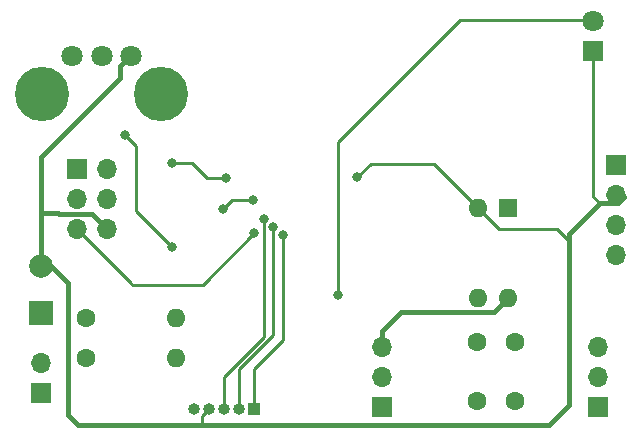
<source format=gbr>
G04 #@! TF.GenerationSoftware,KiCad,Pcbnew,(5.1.5)-3*
G04 #@! TF.CreationDate,2020-03-27T21:05:19+01:00*
G04 #@! TF.ProjectId,mimu_batt,6d696d75-5f62-4617-9474-2e6b69636164,rev?*
G04 #@! TF.SameCoordinates,Original*
G04 #@! TF.FileFunction,Copper,L2,Bot*
G04 #@! TF.FilePolarity,Positive*
%FSLAX46Y46*%
G04 Gerber Fmt 4.6, Leading zero omitted, Abs format (unit mm)*
G04 Created by KiCad (PCBNEW (5.1.5)-3) date 2020-03-27 21:05:19*
%MOMM*%
%LPD*%
G04 APERTURE LIST*
%ADD10R,1.700000X1.700000*%
%ADD11O,1.700000X1.700000*%
%ADD12C,2.000000*%
%ADD13R,2.000000X2.000000*%
%ADD14C,1.800000*%
%ADD15C,4.600000*%
%ADD16C,1.600000*%
%ADD17O,1.600000X1.600000*%
%ADD18R,1.600000X1.600000*%
%ADD19R,1.000000X1.000000*%
%ADD20O,1.000000X1.000000*%
%ADD21R,1.800000X1.800000*%
%ADD22C,0.800000*%
%ADD23C,0.400000*%
%ADD24C,0.250000*%
G04 APERTURE END LIST*
D10*
X167600000Y-122600000D03*
D11*
X167600000Y-120060000D03*
D12*
X167600000Y-111800000D03*
D13*
X167600000Y-115800000D03*
D14*
X170250000Y-94000000D03*
X172750000Y-94000000D03*
X175250000Y-94000000D03*
D15*
X167750000Y-97300000D03*
X177750000Y-97300000D03*
D16*
X207750000Y-123250000D03*
X207750000Y-118250000D03*
X204500000Y-123250000D03*
X204500000Y-118250000D03*
D17*
X207200000Y-114520000D03*
X204660000Y-106900000D03*
X204660000Y-114520000D03*
D18*
X207200000Y-106900000D03*
D11*
X216300000Y-110920000D03*
X216300000Y-108380000D03*
X216300000Y-105840000D03*
D10*
X216300000Y-103300000D03*
D19*
X185674000Y-123952000D03*
D20*
X184404000Y-123952000D03*
X183134000Y-123952000D03*
X181864000Y-123952000D03*
X180594000Y-123952000D03*
D11*
X173228000Y-108712000D03*
X170688000Y-108712000D03*
X173228000Y-106172000D03*
X170688000Y-106172000D03*
X173228000Y-103632000D03*
D10*
X170688000Y-103632000D03*
D11*
X214750000Y-118720000D03*
X214750000Y-121260000D03*
D10*
X214750000Y-123800000D03*
X196500000Y-123750000D03*
D11*
X196500000Y-121210000D03*
X196500000Y-118670000D03*
D14*
X214400000Y-91060000D03*
D21*
X214400000Y-93600000D03*
D17*
X179070000Y-119634000D03*
D16*
X171450000Y-119634000D03*
D17*
X179070000Y-116205000D03*
D16*
X171450000Y-116205000D03*
D22*
X192800000Y-114300000D03*
X185700000Y-109000000D03*
X178700000Y-103075000D03*
X183300000Y-104400000D03*
X185600000Y-106200000D03*
X183000000Y-107000000D03*
X194400000Y-104300000D03*
X178700000Y-110200000D03*
X174750000Y-100750000D03*
X186500000Y-107800000D03*
X187300000Y-108500000D03*
X188100000Y-109200000D03*
D23*
X205999999Y-115720001D02*
X207200000Y-114520000D01*
X196500000Y-118670000D02*
X196500000Y-117300000D01*
X198079999Y-115720001D02*
X205999999Y-115720001D01*
X196500000Y-117300000D02*
X198079999Y-115720001D01*
D24*
X192800000Y-114300000D02*
X192800000Y-101300000D01*
X192800000Y-101300000D02*
X203100000Y-91000000D01*
X203100000Y-91000000D02*
X214500000Y-91000000D01*
X171537999Y-109561999D02*
X170688000Y-108712000D01*
X175260000Y-113284000D02*
X171537999Y-109561999D01*
X175366501Y-113390501D02*
X175260000Y-113284000D01*
X175366501Y-113390501D02*
X181309499Y-113390501D01*
X181309499Y-113390501D02*
X185700000Y-109000000D01*
X178700000Y-103075000D02*
X180375000Y-103075000D01*
X180375000Y-103075000D02*
X181700000Y-104400000D01*
X181700000Y-104400000D02*
X183300000Y-104400000D01*
X181261001Y-125127001D02*
X181261001Y-124554999D01*
X181261001Y-124554999D02*
X181864000Y-123952000D01*
X181135992Y-125252010D02*
X181261001Y-125127001D01*
D23*
X169926000Y-124426000D02*
X170752010Y-125252010D01*
X172052010Y-125252010D02*
X181135992Y-125252010D01*
X170752010Y-125252010D02*
X172052010Y-125252010D01*
X167640000Y-107315000D02*
X167640000Y-110998000D01*
D24*
X171899295Y-125252010D02*
X172052010Y-125252010D01*
D23*
X169926000Y-113284000D02*
X169926000Y-124426000D01*
X167640000Y-110998000D02*
X169926000Y-113284000D01*
D24*
X206400000Y-108700000D02*
X211300000Y-108700000D01*
X200874999Y-103174999D02*
X206400000Y-108700000D01*
X196651999Y-103174999D02*
X200874999Y-103174999D01*
X211300000Y-108700000D02*
X212300001Y-109700001D01*
D23*
X212300001Y-123599999D02*
X210600000Y-125300000D01*
X210600000Y-125300000D02*
X181135992Y-125252010D01*
D24*
X185600000Y-106200000D02*
X183800000Y-106200000D01*
X183800000Y-106200000D02*
X183000000Y-107000000D01*
X196651999Y-103174999D02*
X195525001Y-103174999D01*
X195525001Y-103174999D02*
X194400000Y-104300000D01*
D23*
X169161214Y-107422001D02*
X171922001Y-107422001D01*
X167640000Y-107315000D02*
X169054213Y-107315000D01*
X169054213Y-107315000D02*
X169161214Y-107422001D01*
X171922001Y-107422001D02*
X173200000Y-108700000D01*
X212300000Y-109145406D02*
X212300000Y-110000000D01*
X212300001Y-109700001D02*
X212300000Y-110000000D01*
X214945406Y-106500000D02*
X212300000Y-109145406D01*
X212300000Y-110000000D02*
X212300001Y-123599999D01*
D24*
X214400000Y-105954594D02*
X214945406Y-106500000D01*
X214400000Y-93700000D02*
X214400000Y-105954594D01*
D23*
X214945406Y-106500000D02*
X216500000Y-106500000D01*
X216500000Y-106500000D02*
X217000000Y-106000000D01*
X174350001Y-94899999D02*
X174350001Y-95899999D01*
X175250000Y-94000000D02*
X174350001Y-94899999D01*
X167640000Y-102610000D02*
X167640000Y-107315000D01*
X174350001Y-95899999D02*
X167640000Y-102610000D01*
D24*
X178700000Y-110200000D02*
X175700000Y-107200000D01*
X175700000Y-107200000D02*
X175700000Y-101700000D01*
X175700000Y-101700000D02*
X174750000Y-100750000D01*
X186500000Y-107800000D02*
X186500000Y-117800000D01*
X186500000Y-117800000D02*
X183100000Y-121200000D01*
X183100000Y-121200000D02*
X183100000Y-124000000D01*
X187300000Y-117636410D02*
X187300000Y-108500000D01*
X184404000Y-123952000D02*
X184404000Y-120532410D01*
X184404000Y-120532410D02*
X187300000Y-117636410D01*
X188100000Y-109200000D02*
X188100000Y-118100000D01*
X188100000Y-118100000D02*
X185700000Y-120500000D01*
X185700000Y-120500000D02*
X185700000Y-124000000D01*
M02*

</source>
